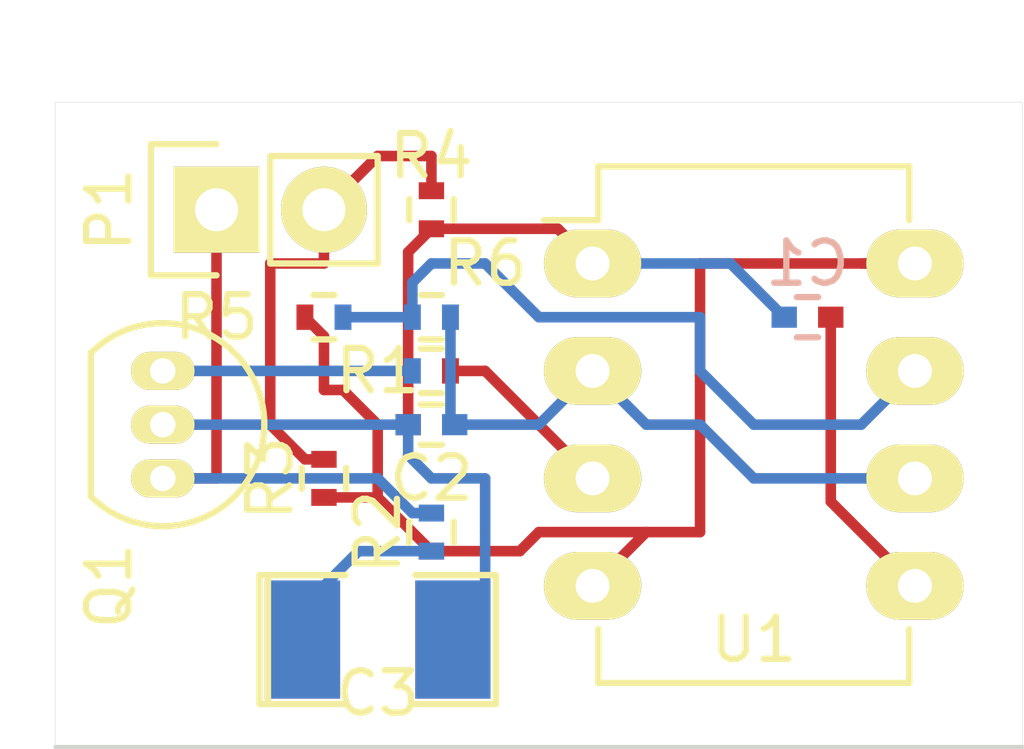
<source format=kicad_pcb>
(kicad_pcb (version 4) (host pcbnew "(2015-09-17 BZR 6202)-product")

  (general
    (links 22)
    (no_connects 0)
    (area 155.895 102.841666 180.345001 120.655001)
    (thickness 1.6)
    (drawings 4)
    (tracks 71)
    (zones 0)
    (modules 12)
    (nets 10)
  )

  (page A4)
  (layers
    (0 F.Cu signal)
    (31 B.Cu signal)
    (32 B.Adhes user)
    (33 F.Adhes user)
    (34 B.Paste user)
    (35 F.Paste user)
    (36 B.SilkS user)
    (37 F.SilkS user)
    (38 B.Mask user)
    (39 F.Mask user)
    (40 Dwgs.User user)
    (41 Cmts.User user)
    (42 Eco1.User user)
    (43 Eco2.User user)
    (44 Edge.Cuts user)
    (45 Margin user)
    (46 B.CrtYd user)
    (47 F.CrtYd user)
    (48 B.Fab user)
    (49 F.Fab user)
  )

  (setup
    (last_trace_width 0.25)
    (trace_clearance 0.2)
    (zone_clearance 0.508)
    (zone_45_only no)
    (trace_min 0.2)
    (segment_width 0.2)
    (edge_width 0.01)
    (via_size 0.6)
    (via_drill 0.4)
    (via_min_size 0.4)
    (via_min_drill 0.3)
    (uvia_size 0.3)
    (uvia_drill 0.1)
    (uvias_allowed no)
    (uvia_min_size 0.2)
    (uvia_min_drill 0.1)
    (pcb_text_width 0.3)
    (pcb_text_size 1.5 1.5)
    (mod_edge_width 0.15)
    (mod_text_size 1 1)
    (mod_text_width 0.15)
    (pad_size 0.6 0.5)
    (pad_drill 0)
    (pad_to_mask_clearance 0)
    (aux_axis_origin 162.56 119.38)
    (grid_origin 157.48 120.65)
    (visible_elements FFFEFF7F)
    (pcbplotparams
      (layerselection 0x00030_80000001)
      (usegerberextensions false)
      (usegerberattributes true)
      (excludeedgelayer true)
      (linewidth 0.100000)
      (plotframeref false)
      (viasonmask false)
      (mode 1)
      (useauxorigin false)
      (hpglpennumber 1)
      (hpglpenspeed 20)
      (hpglpendiameter 15)
      (hpglpenoverlay 2)
      (psnegative false)
      (psa4output false)
      (plotreference true)
      (plotvalue true)
      (plotinvisibletext false)
      (padsonsilk false)
      (subtractmaskfromsilk false)
      (outputformat 1)
      (mirror false)
      (drillshape 0)
      (scaleselection 1)
      (outputdirectory ""))
  )

  (net 0 "")
  (net 1 "Net-(C1-Pad1)")
  (net 2 GND)
  (net 3 "Net-(C2-Pad1)")
  (net 4 VCC)
  (net 5 "Net-(P1-Pad1)")
  (net 6 "Net-(P1-Pad2)")
  (net 7 "Net-(Q1-Pad1)")
  (net 8 "Net-(R1-Pad2)")
  (net 9 "Net-(R5-Pad2)")

  (net_class Default "This is the default net class."
    (clearance 0.2)
    (trace_width 0.25)
    (via_dia 0.6)
    (via_drill 0.4)
    (uvia_dia 0.3)
    (uvia_drill 0.1)
    (add_net GND)
    (add_net "Net-(C1-Pad1)")
    (add_net "Net-(C2-Pad1)")
    (add_net "Net-(P1-Pad1)")
    (add_net "Net-(P1-Pad2)")
    (add_net "Net-(Q1-Pad1)")
    (add_net "Net-(R1-Pad2)")
    (add_net "Net-(R5-Pad2)")
    (add_net VCC)
  )

  (module Capacitors_SMD:C_0402 (layer B.Cu) (tedit 56040852) (tstamp 5603F88B)
    (at 175.26 110.49 180)
    (descr "Capacitor SMD 0402, reflow soldering, AVX (see smccp.pdf)")
    (tags "capacitor 0402")
    (path /5602B29C)
    (attr smd)
    (fp_text reference C1 (at 0 1.27 180) (layer B.SilkS)
      (effects (font (size 1 1) (thickness 0.15)) (justify mirror))
    )
    (fp_text value C_Small (at 0 -1.7 180) (layer B.Fab)
      (effects (font (size 1 1) (thickness 0.15)) (justify mirror))
    )
    (fp_line (start -1.15 0.6) (end 1.15 0.6) (layer B.CrtYd) (width 0.05))
    (fp_line (start -1.15 -0.6) (end 1.15 -0.6) (layer B.CrtYd) (width 0.05))
    (fp_line (start -1.15 0.6) (end -1.15 -0.6) (layer B.CrtYd) (width 0.05))
    (fp_line (start 1.15 0.6) (end 1.15 -0.6) (layer B.CrtYd) (width 0.05))
    (fp_line (start 0.25 0.475) (end -0.25 0.475) (layer B.SilkS) (width 0.15))
    (fp_line (start -0.25 -0.475) (end 0.25 -0.475) (layer B.SilkS) (width 0.15))
    (pad 1 smd rect (at -0.55 0 180) (size 0.6 0.5) (layers F.Cu B.Paste B.Mask)
      (net 1 "Net-(C1-Pad1)"))
    (pad 2 smd rect (at 0.55 0 180) (size 0.6 0.5) (layers B.Cu B.Paste B.Mask)
      (net 2 GND))
    (model Capacitors_SMD.3dshapes/C_0402.wrl
      (at (xyz 0 0 0))
      (scale (xyz 1 1 1))
      (rotate (xyz 0 0 0))
    )
  )

  (module Capacitors_SMD:C_0402 (layer F.Cu) (tedit 56040A9F) (tstamp 5603F891)
    (at 166.37 113.03 180)
    (descr "Capacitor SMD 0402, reflow soldering, AVX (see smccp.pdf)")
    (tags "capacitor 0402")
    (path /5602B528)
    (attr smd)
    (fp_text reference C2 (at 0 -1.27 180) (layer F.SilkS)
      (effects (font (size 1 1) (thickness 0.15)))
    )
    (fp_text value C_Small (at 0 1.7 180) (layer F.Fab)
      (effects (font (size 1 1) (thickness 0.15)))
    )
    (fp_line (start -1.15 -0.6) (end 1.15 -0.6) (layer F.CrtYd) (width 0.05))
    (fp_line (start -1.15 0.6) (end 1.15 0.6) (layer F.CrtYd) (width 0.05))
    (fp_line (start -1.15 -0.6) (end -1.15 0.6) (layer F.CrtYd) (width 0.05))
    (fp_line (start 1.15 -0.6) (end 1.15 0.6) (layer F.CrtYd) (width 0.05))
    (fp_line (start 0.25 -0.475) (end -0.25 -0.475) (layer F.SilkS) (width 0.15))
    (fp_line (start -0.25 0.475) (end 0.25 0.475) (layer F.SilkS) (width 0.15))
    (pad 1 smd rect (at -0.55 0 180) (size 0.6 0.5) (layers B.Cu F.Paste F.Mask)
      (net 3 "Net-(C2-Pad1)"))
    (pad 2 smd rect (at 0.55 0 180) (size 0.6 0.5) (layers *.Cu F.Paste F.Mask)
      (net 2 GND))
    (model Capacitors_SMD.3dshapes/C_0402.wrl
      (at (xyz 0 0 0))
      (scale (xyz 1 1 1))
      (rotate (xyz 0 0 0))
    )
  )

  (module SMD_Packages:SMD-1210_Pol (layer F.Cu) (tedit 56040291) (tstamp 5603F897)
    (at 165.1 118.11)
    (tags "CMS SM")
    (path /5602B7F7)
    (attr smd)
    (fp_text reference C3 (at 0 1.27) (layer F.SilkS)
      (effects (font (size 1 1) (thickness 0.15)))
    )
    (fp_text value CP_Small (at 0 0.762) (layer F.Fab)
      (effects (font (size 1 1) (thickness 0.15)))
    )
    (fp_line (start -2.794 -1.524) (end -2.794 1.524) (layer F.SilkS) (width 0.15))
    (fp_line (start 0.889 1.524) (end 2.794 1.524) (layer F.SilkS) (width 0.15))
    (fp_line (start 2.794 1.524) (end 2.794 -1.524) (layer F.SilkS) (width 0.15))
    (fp_line (start 2.794 -1.524) (end 0.889 -1.524) (layer F.SilkS) (width 0.15))
    (fp_line (start -0.762 -1.524) (end -2.794 -1.524) (layer F.SilkS) (width 0.15))
    (fp_line (start -2.594 -1.524) (end -2.594 1.524) (layer F.SilkS) (width 0.15))
    (fp_line (start -2.794 1.524) (end -0.762 1.524) (layer F.SilkS) (width 0.15))
    (pad 1 smd rect (at -1.778 0) (size 1.778 2.794) (layers *.Cu F.Paste F.Mask)
      (net 4 VCC))
    (pad 2 smd rect (at 1.778 0) (size 1.778 2.794) (layers *.Cu F.Paste F.Mask)
      (net 2 GND))
    (model SMD_Packages.3dshapes/SMD-1210_Pol.wrl
      (at (xyz 0 0 0))
      (scale (xyz 0.2 0.2 0.2))
      (rotate (xyz 0 0 0))
    )
  )

  (module Resistors_SMD:R_0402 (layer F.Cu) (tedit 56040ACF) (tstamp 5603F8AA)
    (at 166.37 111.76)
    (descr "Resistor SMD 0402, reflow soldering, Vishay (see dcrcw.pdf)")
    (tags "resistor 0402")
    (path /56029F68)
    (attr smd)
    (fp_text reference R1 (at -1.27 0) (layer F.SilkS)
      (effects (font (size 1 1) (thickness 0.15)))
    )
    (fp_text value R_Small (at 0 1.8) (layer F.Fab)
      (effects (font (size 1 1) (thickness 0.15)))
    )
    (fp_line (start -0.95 -0.65) (end 0.95 -0.65) (layer F.CrtYd) (width 0.05))
    (fp_line (start -0.95 0.65) (end 0.95 0.65) (layer F.CrtYd) (width 0.05))
    (fp_line (start -0.95 -0.65) (end -0.95 0.65) (layer F.CrtYd) (width 0.05))
    (fp_line (start 0.95 -0.65) (end 0.95 0.65) (layer F.CrtYd) (width 0.05))
    (fp_line (start 0.25 -0.525) (end -0.25 -0.525) (layer F.SilkS) (width 0.15))
    (fp_line (start -0.25 0.525) (end 0.25 0.525) (layer F.SilkS) (width 0.15))
    (pad 1 smd rect (at -0.45 0) (size 0.4 0.6) (layers B.Cu F.Paste F.Mask)
      (net 7 "Net-(Q1-Pad1)"))
    (pad 2 smd rect (at 0.45 0) (size 0.4 0.6) (layers F.Cu F.Paste F.Mask)
      (net 8 "Net-(R1-Pad2)"))
    (model Resistors_SMD.3dshapes/R_0402.wrl
      (at (xyz 0 0 0))
      (scale (xyz 1 1 1))
      (rotate (xyz 0 0 0))
    )
  )

  (module Resistors_SMD:R_0402 (layer F.Cu) (tedit 56040578) (tstamp 5603F8B0)
    (at 166.37 115.57 90)
    (descr "Resistor SMD 0402, reflow soldering, Vishay (see dcrcw.pdf)")
    (tags "resistor 0402")
    (path /5602A001)
    (attr smd)
    (fp_text reference R2 (at 0 -1.27 90) (layer F.SilkS)
      (effects (font (size 1 1) (thickness 0.15)))
    )
    (fp_text value R_Small (at 0 1.8 90) (layer F.Fab)
      (effects (font (size 1 1) (thickness 0.15)))
    )
    (fp_line (start -0.95 -0.65) (end 0.95 -0.65) (layer F.CrtYd) (width 0.05))
    (fp_line (start -0.95 0.65) (end 0.95 0.65) (layer F.CrtYd) (width 0.05))
    (fp_line (start -0.95 -0.65) (end -0.95 0.65) (layer F.CrtYd) (width 0.05))
    (fp_line (start 0.95 -0.65) (end 0.95 0.65) (layer F.CrtYd) (width 0.05))
    (fp_line (start 0.25 -0.525) (end -0.25 -0.525) (layer F.SilkS) (width 0.15))
    (fp_line (start -0.25 0.525) (end 0.25 0.525) (layer F.SilkS) (width 0.15))
    (pad 1 smd rect (at -0.45 0 90) (size 0.4 0.6) (layers *.Cu F.Paste F.Mask)
      (net 4 VCC))
    (pad 2 smd rect (at 0.45 0 90) (size 0.4 0.6) (layers B.Cu F.Paste F.Mask)
      (net 5 "Net-(P1-Pad1)"))
    (model Resistors_SMD.3dshapes/R_0402.wrl
      (at (xyz 0 0 0))
      (scale (xyz 1 1 1))
      (rotate (xyz 0 0 0))
    )
  )

  (module Resistors_SMD:R_0402 (layer F.Cu) (tedit 560409D2) (tstamp 5603F8B6)
    (at 163.83 114.3 90)
    (descr "Resistor SMD 0402, reflow soldering, Vishay (see dcrcw.pdf)")
    (tags "resistor 0402")
    (path /5602AD7A)
    (attr smd)
    (fp_text reference R3 (at 0 -1.27 90) (layer F.SilkS)
      (effects (font (size 1 1) (thickness 0.15)))
    )
    (fp_text value R_Small (at 0 1.8 90) (layer F.Fab)
      (effects (font (size 1 1) (thickness 0.15)))
    )
    (fp_line (start -0.95 -0.65) (end 0.95 -0.65) (layer F.CrtYd) (width 0.05))
    (fp_line (start -0.95 0.65) (end 0.95 0.65) (layer F.CrtYd) (width 0.05))
    (fp_line (start -0.95 -0.65) (end -0.95 0.65) (layer F.CrtYd) (width 0.05))
    (fp_line (start 0.95 -0.65) (end 0.95 0.65) (layer F.CrtYd) (width 0.05))
    (fp_line (start 0.25 -0.525) (end -0.25 -0.525) (layer F.SilkS) (width 0.15))
    (fp_line (start -0.25 0.525) (end 0.25 0.525) (layer F.SilkS) (width 0.15))
    (pad 1 smd rect (at -0.45 0 90) (size 0.4 0.6) (layers F.Cu F.Paste F.Mask)
      (net 4 VCC))
    (pad 2 smd rect (at 0.45 0 90) (size 0.4 0.6) (layers F.Cu F.Paste F.Mask)
      (net 6 "Net-(P1-Pad2)"))
    (model Resistors_SMD.3dshapes/R_0402.wrl
      (at (xyz 0 0 0))
      (scale (xyz 1 1 1))
      (rotate (xyz 0 0 0))
    )
  )

  (module Resistors_SMD:R_0402 (layer F.Cu) (tedit 5603FF58) (tstamp 5603F8BC)
    (at 166.37 107.95 270)
    (descr "Resistor SMD 0402, reflow soldering, Vishay (see dcrcw.pdf)")
    (tags "resistor 0402")
    (path /5602AFBA)
    (attr smd)
    (fp_text reference R4 (at -1.27 0 360) (layer F.SilkS)
      (effects (font (size 1 1) (thickness 0.15)))
    )
    (fp_text value R_Small (at 0 1.8 270) (layer F.Fab)
      (effects (font (size 1 1) (thickness 0.15)))
    )
    (fp_line (start -0.95 -0.65) (end 0.95 -0.65) (layer F.CrtYd) (width 0.05))
    (fp_line (start -0.95 0.65) (end 0.95 0.65) (layer F.CrtYd) (width 0.05))
    (fp_line (start -0.95 -0.65) (end -0.95 0.65) (layer F.CrtYd) (width 0.05))
    (fp_line (start 0.95 -0.65) (end 0.95 0.65) (layer F.CrtYd) (width 0.05))
    (fp_line (start 0.25 -0.525) (end -0.25 -0.525) (layer F.SilkS) (width 0.15))
    (fp_line (start -0.25 0.525) (end 0.25 0.525) (layer F.SilkS) (width 0.15))
    (pad 1 smd rect (at -0.45 0 270) (size 0.4 0.6) (layers F.Cu F.Paste F.Mask)
      (net 6 "Net-(P1-Pad2)"))
    (pad 2 smd rect (at 0.45 0 270) (size 0.4 0.6) (layers F.Cu F.Paste F.Mask)
      (net 2 GND))
    (model Resistors_SMD.3dshapes/R_0402.wrl
      (at (xyz 0 0 0))
      (scale (xyz 1 1 1))
      (rotate (xyz 0 0 0))
    )
  )

  (module Resistors_SMD:R_0402 (layer F.Cu) (tedit 56040ACB) (tstamp 5603F8C2)
    (at 163.83 110.49)
    (descr "Resistor SMD 0402, reflow soldering, Vishay (see dcrcw.pdf)")
    (tags "resistor 0402")
    (path /5602B740)
    (attr smd)
    (fp_text reference R5 (at -2.54 0 180) (layer F.SilkS)
      (effects (font (size 1 1) (thickness 0.15)))
    )
    (fp_text value R_Small (at 0 1.8) (layer F.Fab)
      (effects (font (size 1 1) (thickness 0.15)))
    )
    (fp_line (start -0.95 -0.65) (end 0.95 -0.65) (layer F.CrtYd) (width 0.05))
    (fp_line (start -0.95 0.65) (end 0.95 0.65) (layer F.CrtYd) (width 0.05))
    (fp_line (start -0.95 -0.65) (end -0.95 0.65) (layer F.CrtYd) (width 0.05))
    (fp_line (start 0.95 -0.65) (end 0.95 0.65) (layer F.CrtYd) (width 0.05))
    (fp_line (start 0.25 -0.525) (end -0.25 -0.525) (layer F.SilkS) (width 0.15))
    (fp_line (start -0.25 0.525) (end 0.25 0.525) (layer F.SilkS) (width 0.15))
    (pad 1 smd rect (at -0.45 0) (size 0.4 0.6) (layers F.Cu F.Paste F.Mask)
      (net 4 VCC))
    (pad 2 smd rect (at 0.45 0) (size 0.4 0.6) (layers B.Cu F.Paste F.Mask)
      (net 9 "Net-(R5-Pad2)"))
    (model Resistors_SMD.3dshapes/R_0402.wrl
      (at (xyz 0 0 0))
      (scale (xyz 1 1 1))
      (rotate (xyz 0 0 0))
    )
  )

  (module Resistors_SMD:R_0402 (layer F.Cu) (tedit 56040A84) (tstamp 5603F8C8)
    (at 166.37 110.49)
    (descr "Resistor SMD 0402, reflow soldering, Vishay (see dcrcw.pdf)")
    (tags "resistor 0402")
    (path /5602B615)
    (attr smd)
    (fp_text reference R6 (at 1.27 -1.27) (layer F.SilkS)
      (effects (font (size 1 1) (thickness 0.15)))
    )
    (fp_text value R_Small (at 0 1.8) (layer F.Fab)
      (effects (font (size 1 1) (thickness 0.15)))
    )
    (fp_line (start -0.95 -0.65) (end 0.95 -0.65) (layer F.CrtYd) (width 0.05))
    (fp_line (start -0.95 0.65) (end 0.95 0.65) (layer F.CrtYd) (width 0.05))
    (fp_line (start -0.95 -0.65) (end -0.95 0.65) (layer F.CrtYd) (width 0.05))
    (fp_line (start 0.95 -0.65) (end 0.95 0.65) (layer F.CrtYd) (width 0.05))
    (fp_line (start 0.25 -0.525) (end -0.25 -0.525) (layer F.SilkS) (width 0.15))
    (fp_line (start -0.25 0.525) (end 0.25 0.525) (layer F.SilkS) (width 0.15))
    (pad 1 smd rect (at -0.45 0) (size 0.4 0.6) (layers B.Cu F.Paste F.Mask)
      (net 9 "Net-(R5-Pad2)"))
    (pad 2 smd rect (at 0.45 0) (size 0.4 0.6) (layers B.Cu F.Paste F.Mask)
      (net 3 "Net-(C2-Pad1)"))
    (model Resistors_SMD.3dshapes/R_0402.wrl
      (at (xyz 0 0 0))
      (scale (xyz 1 1 1))
      (rotate (xyz 0 0 0))
    )
  )

  (module Housings_DIP:DIP-8_W7.62mm_LongPads (layer F.Cu) (tedit 56040752) (tstamp 5603F8D4)
    (at 170.18 109.22)
    (descr "8-lead dip package, row spacing 7.62 mm (300 mils), longer pads")
    (tags "dil dip 2.54 300")
    (path /56029EEE)
    (fp_text reference U1 (at 3.81 8.89) (layer F.SilkS)
      (effects (font (size 1 1) (thickness 0.15)))
    )
    (fp_text value LM555N (at 0 -3.72) (layer F.Fab)
      (effects (font (size 1 1) (thickness 0.15)))
    )
    (fp_line (start -1.4 -2.45) (end -1.4 10.1) (layer F.CrtYd) (width 0.05))
    (fp_line (start 9 -2.45) (end 9 10.1) (layer F.CrtYd) (width 0.05))
    (fp_line (start -1.4 -2.45) (end 9 -2.45) (layer F.CrtYd) (width 0.05))
    (fp_line (start -1.4 10.1) (end 9 10.1) (layer F.CrtYd) (width 0.05))
    (fp_line (start 0.135 -2.295) (end 0.135 -1.025) (layer F.SilkS) (width 0.15))
    (fp_line (start 7.485 -2.295) (end 7.485 -1.025) (layer F.SilkS) (width 0.15))
    (fp_line (start 7.485 9.915) (end 7.485 8.645) (layer F.SilkS) (width 0.15))
    (fp_line (start 0.135 9.915) (end 0.135 8.645) (layer F.SilkS) (width 0.15))
    (fp_line (start 0.135 -2.295) (end 7.485 -2.295) (layer F.SilkS) (width 0.15))
    (fp_line (start 0.135 9.915) (end 7.485 9.915) (layer F.SilkS) (width 0.15))
    (fp_line (start 0.135 -1.025) (end -1.15 -1.025) (layer F.SilkS) (width 0.15))
    (pad 1 thru_hole oval (at 0 0) (size 2.3 1.6) (drill 0.8) (layers *.Cu *.Mask F.SilkS)
      (net 2 GND))
    (pad 2 thru_hole oval (at 0 2.54) (size 2.3 1.6) (drill 0.8) (layers *.Cu *.Mask F.SilkS)
      (net 3 "Net-(C2-Pad1)"))
    (pad 3 thru_hole oval (at 0 5.08) (size 2.3 1.6) (drill 0.8) (layers *.Cu *.Mask F.SilkS)
      (net 8 "Net-(R1-Pad2)"))
    (pad 4 thru_hole oval (at 0 7.62) (size 2.3 1.6) (drill 0.8) (layers *.Cu *.Mask F.SilkS)
      (net 4 VCC))
    (pad 5 thru_hole oval (at 7.62 7.62) (size 2.3 1.6) (drill 0.8) (layers *.Cu *.Mask F.SilkS)
      (net 1 "Net-(C1-Pad1)"))
    (pad 6 thru_hole oval (at 7.62 5.08) (size 2.3 1.6) (drill 0.8) (layers *.Cu *.Mask F.SilkS)
      (net 3 "Net-(C2-Pad1)"))
    (pad 7 thru_hole oval (at 7.62 2.54) (size 2.3 1.6) (drill 0.8) (layers *.Cu *.Mask F.SilkS)
      (net 9 "Net-(R5-Pad2)"))
    (pad 8 thru_hole oval (at 7.62 0) (size 2.3 1.6) (drill 0.8) (layers *.Cu *.Mask F.SilkS)
      (net 4 VCC))
    (model Housings_DIP.3dshapes/DIP-8_W7.62mm_LongPads.wrl
      (at (xyz 0 0 0))
      (scale (xyz 1 1 1))
      (rotate (xyz 0 0 0))
    )
  )

  (module Pin_Headers:Pin_Header_Straight_1x02 (layer F.Cu) (tedit 56040A90) (tstamp 560404DC)
    (at 161.29 107.95 90)
    (descr "Through hole pin header")
    (tags "pin header")
    (path /5603F26A)
    (fp_text reference P1 (at 0 -2.54 90) (layer F.SilkS)
      (effects (font (size 1 1) (thickness 0.15)))
    )
    (fp_text value CONN_01X02 (at 0 -3.1 90) (layer F.Fab)
      (effects (font (size 1 1) (thickness 0.15)))
    )
    (fp_line (start 1.27 1.27) (end 1.27 3.81) (layer F.SilkS) (width 0.15))
    (fp_line (start 1.55 -1.55) (end 1.55 0) (layer F.SilkS) (width 0.15))
    (fp_line (start -1.75 -1.75) (end -1.75 4.3) (layer F.CrtYd) (width 0.05))
    (fp_line (start 1.75 -1.75) (end 1.75 4.3) (layer F.CrtYd) (width 0.05))
    (fp_line (start -1.75 -1.75) (end 1.75 -1.75) (layer F.CrtYd) (width 0.05))
    (fp_line (start -1.75 4.3) (end 1.75 4.3) (layer F.CrtYd) (width 0.05))
    (fp_line (start 1.27 1.27) (end -1.27 1.27) (layer F.SilkS) (width 0.15))
    (fp_line (start -1.55 0) (end -1.55 -1.55) (layer F.SilkS) (width 0.15))
    (fp_line (start -1.55 -1.55) (end 1.55 -1.55) (layer F.SilkS) (width 0.15))
    (fp_line (start -1.27 1.27) (end -1.27 3.81) (layer F.SilkS) (width 0.15))
    (fp_line (start -1.27 3.81) (end 1.27 3.81) (layer F.SilkS) (width 0.15))
    (pad 1 thru_hole rect (at 0 0 90) (size 2.032 2.032) (drill 1.016) (layers *.Cu *.Mask F.SilkS)
      (net 5 "Net-(P1-Pad1)"))
    (pad 2 thru_hole oval (at 0 2.54 90) (size 2.032 2.032) (drill 1.016) (layers *.Cu *.Mask F.SilkS)
      (net 6 "Net-(P1-Pad2)"))
    (model Pin_Headers.3dshapes/Pin_Header_Straight_1x02.wrl
      (at (xyz 0 -0.05 0))
      (scale (xyz 1 1 1))
      (rotate (xyz 0 0 90))
    )
  )

  (module Housings_TO-92:TO-92_Inline_Narrow_Oval (layer F.Cu) (tedit 56040A8D) (tstamp 560404E1)
    (at 160.02 111.76 270)
    (descr "TO-92 leads in-line, narrow, oval pads, drill 0.6mm (see NXP sot054_po.pdf)")
    (tags "to-92 sc-43 sc-43a sot54 PA33 transistor")
    (path /56029FAD)
    (fp_text reference Q1 (at 5.08 1.27 270) (layer F.SilkS)
      (effects (font (size 1 1) (thickness 0.15)))
    )
    (fp_text value PN2222A (at 0 3 270) (layer F.Fab)
      (effects (font (size 1 1) (thickness 0.15)))
    )
    (fp_line (start -1.4 1.95) (end -1.4 -2.65) (layer F.CrtYd) (width 0.05))
    (fp_line (start -1.4 1.95) (end 3.95 1.95) (layer F.CrtYd) (width 0.05))
    (fp_line (start -0.43 1.7) (end 2.97 1.7) (layer F.SilkS) (width 0.15))
    (fp_arc (start 1.27 0) (end 1.27 -2.4) (angle -135) (layer F.SilkS) (width 0.15))
    (fp_arc (start 1.27 0) (end 1.27 -2.4) (angle 135) (layer F.SilkS) (width 0.15))
    (fp_line (start -1.4 -2.65) (end 3.95 -2.65) (layer F.CrtYd) (width 0.05))
    (fp_line (start 3.95 1.95) (end 3.95 -2.65) (layer F.CrtYd) (width 0.05))
    (pad 2 thru_hole oval (at 1.27 0 90) (size 0.89916 1.50114) (drill 0.6) (layers *.Cu *.Mask F.SilkS)
      (net 2 GND))
    (pad 3 thru_hole oval (at 2.54 0 90) (size 0.89916 1.50114) (drill 0.6) (layers *.Cu *.Mask F.SilkS)
      (net 5 "Net-(P1-Pad1)"))
    (pad 1 thru_hole oval (at 0 0 90) (size 0.89916 1.50114) (drill 0.6) (layers *.Cu *.Mask F.SilkS)
      (net 7 "Net-(Q1-Pad1)"))
    (model Housings_TO-92.3dshapes/TO-92_Inline_Narrow_Oval.wrl
      (at (xyz 0.05 0 0))
      (scale (xyz 1 1 1))
      (rotate (xyz 0 0 -90))
    )
  )

  (gr_line (start 180.34 105.41) (end 157.48 105.41) (angle 90) (layer Edge.Cuts) (width 0.01))
  (gr_line (start 180.34 120.65) (end 180.34 105.41) (angle 90) (layer Edge.Cuts) (width 0.01))
  (gr_line (start 157.48 120.65) (end 180.34 120.65) (angle 90) (layer Edge.Cuts) (width 0.1))
  (gr_line (start 157.48 105.41) (end 157.48 120.65) (angle 90) (layer Edge.Cuts) (width 0.01))

  (segment (start 175.81 110.49) (end 175.81 114.85) (width 0.25) (layer F.Cu) (net 1))
  (segment (start 175.81 114.85) (end 177.8 116.84) (width 0.25) (layer F.Cu) (net 1) (tstamp 5604086A))
  (segment (start 170.18 109.22) (end 173.44 109.22) (width 0.25) (layer B.Cu) (net 2))
  (segment (start 173.44 109.22) (end 174.71 110.49) (width 0.25) (layer B.Cu) (net 2) (tstamp 56040864))
  (segment (start 160.02 113.03) (end 165.82 113.03) (width 0.25) (layer B.Cu) (net 2))
  (segment (start 165.82 113.03) (end 165.82 113.75) (width 0.25) (layer B.Cu) (net 2))
  (segment (start 167.64 115.57) (end 167.64 116.84) (width 0.25) (layer B.Cu) (net 2) (tstamp 5604032E))
  (segment (start 167.64 114.3) (end 167.64 115.57) (width 0.25) (layer B.Cu) (net 2) (tstamp 5604032C))
  (segment (start 166.37 114.3) (end 167.64 114.3) (width 0.25) (layer B.Cu) (net 2) (tstamp 5604032B))
  (segment (start 165.82 113.75) (end 166.37 114.3) (width 0.25) (layer B.Cu) (net 2) (tstamp 56040329))
  (segment (start 167.64 116.84) (end 166.878 118.11) (width 0.25) (layer B.Cu) (net 2) (tstamp 56040333))
  (segment (start 165.82 113.03) (end 165.82 108.95) (width 0.25) (layer F.Cu) (net 2))
  (segment (start 165.82 108.95) (end 166.37 108.4) (width 0.25) (layer F.Cu) (net 2) (tstamp 56040025))
  (segment (start 166.37 108.4) (end 169.36 108.4) (width 0.25) (layer F.Cu) (net 2))
  (segment (start 169.36 108.4) (end 170.18 109.22) (width 0.25) (layer F.Cu) (net 2) (tstamp 5604001E))
  (segment (start 166.92 113.03) (end 168.91 113.03) (width 0.25) (layer B.Cu) (net 3))
  (segment (start 168.91 113.03) (end 170.18 111.76) (width 0.25) (layer B.Cu) (net 3) (tstamp 560400D3))
  (segment (start 166.82 110.49) (end 166.82 112.93) (width 0.25) (layer B.Cu) (net 3))
  (segment (start 166.82 112.93) (end 166.92 113.03) (width 0.25) (layer B.Cu) (net 3) (tstamp 5604008D))
  (segment (start 170.18 111.76) (end 171.45 113.03) (width 0.25) (layer B.Cu) (net 3) (status 80000))
  (segment (start 173.99 114.3) (end 177.8 114.3) (width 0.25) (layer B.Cu) (net 3) (status 80000))
  (segment (start 172.72 113.03) (end 173.99 114.3) (width 0.25) (layer B.Cu) (net 3) (status 80000))
  (segment (start 171.45 113.03) (end 172.72 113.03) (width 0.25) (layer B.Cu) (net 3) (status 80000))
  (segment (start 172.72 113.03) (end 172.72 109.22) (width 0.25) (layer F.Cu) (net 4))
  (segment (start 171.45 115.57) (end 172.72 115.57) (width 0.25) (layer F.Cu) (net 4) (status 80000))
  (segment (start 172.72 113.03) (end 172.72 115.57) (width 0.25) (layer F.Cu) (net 4) (status 80000))
  (segment (start 172.72 109.22) (end 177.8 109.22) (width 0.25) (layer F.Cu) (net 4) (tstamp 56040834))
  (segment (start 163.83 112.21) (end 163.83 110.94) (width 0.25) (layer F.Cu) (net 4))
  (segment (start 165.1 114.3) (end 165.1 113.03) (width 0.25) (layer F.Cu) (net 4) (tstamp 560406E4))
  (segment (start 165.1 113.03) (end 164.28 112.21) (width 0.25) (layer F.Cu) (net 4) (tstamp 560406E5))
  (segment (start 164.28 112.21) (end 163.83 112.21) (width 0.25) (layer F.Cu) (net 4) (tstamp 560406E8))
  (segment (start 165.1 114.75) (end 165.1 114.3) (width 0.25) (layer F.Cu) (net 4))
  (segment (start 163.83 110.94) (end 163.38 110.49) (width 0.25) (layer F.Cu) (net 4) (tstamp 5604071F))
  (segment (start 163.83 114.75) (end 165.1 114.75) (width 0.25) (layer F.Cu) (net 4))
  (segment (start 165.1 114.75) (end 166.37 116.02) (width 0.25) (layer F.Cu) (net 4) (tstamp 5604067E))
  (segment (start 166.37 116.02) (end 164.65 116.02) (width 0.25) (layer B.Cu) (net 4))
  (segment (start 164.65 116.02) (end 163.83 116.84) (width 0.25) (layer B.Cu) (net 4) (tstamp 560402D8))
  (segment (start 163.83 116.84) (end 163.322 118.11) (width 0.25) (layer B.Cu) (net 4) (tstamp 560402DF))
  (segment (start 166.37 116.02) (end 168.46 116.02) (width 0.25) (layer F.Cu) (net 4))
  (segment (start 168.91 115.57) (end 171.45 115.57) (width 0.25) (layer F.Cu) (net 4) (tstamp 560402B3))
  (segment (start 168.46 116.02) (end 168.91 115.57) (width 0.25) (layer F.Cu) (net 4) (tstamp 560402A4))
  (segment (start 177.8 109.22) (end 176.53 109.22) (width 0.25) (layer F.Cu) (net 4) (status 80000))
  (segment (start 171.45 115.57) (end 170.18 116.84) (width 0.25) (layer F.Cu) (net 4) (status 80000))
  (segment (start 160.02 114.3) (end 161.29 114.3) (width 0.25) (layer F.Cu) (net 5))
  (segment (start 161.29 114.3) (end 161.29 107.95) (width 0.25) (layer F.Cu) (net 5) (tstamp 5604073C))
  (segment (start 160.02 114.3) (end 165.1 114.3) (width 0.25) (layer B.Cu) (net 5))
  (segment (start 165.92 115.12) (end 166.37 115.12) (width 0.25) (layer B.Cu) (net 5) (tstamp 56040580))
  (segment (start 165.1 114.3) (end 165.92 115.12) (width 0.25) (layer B.Cu) (net 5) (tstamp 5604057F))
  (segment (start 162.56 110.49) (end 162.56 109.22) (width 0.25) (layer F.Cu) (net 6))
  (segment (start 163.83 107.95) (end 163.83 109.22) (width 0.25) (layer F.Cu) (net 6))
  (segment (start 163.38 113.85) (end 162.56 113.03) (width 0.25) (layer F.Cu) (net 6) (tstamp 56040693))
  (segment (start 162.56 113.03) (end 162.56 110.49) (width 0.25) (layer F.Cu) (net 6) (tstamp 56040695))
  (segment (start 163.38 113.85) (end 163.83 113.85) (width 0.25) (layer F.Cu) (net 6))
  (segment (start 162.56 109.22) (end 163.83 109.22) (width 0.25) (layer F.Cu) (net 6) (tstamp 560409B2))
  (segment (start 163.83 107.95) (end 165.1 106.68) (width 0.25) (layer F.Cu) (net 6) (tstamp 5603FFFF))
  (segment (start 163.83 107.95) (end 165.1 106.68) (width 0.25) (layer F.Cu) (net 6))
  (segment (start 166.37 106.68) (end 166.37 107.5) (width 0.25) (layer F.Cu) (net 6) (tstamp 5603FFC4))
  (segment (start 165.1 106.68) (end 166.37 106.68) (width 0.25) (layer F.Cu) (net 6) (tstamp 5603FFC0))
  (segment (start 160.02 111.76) (end 165.92 111.76) (width 0.25) (layer B.Cu) (net 7))
  (segment (start 166.82 111.76) (end 167.64 111.76) (width 0.25) (layer F.Cu) (net 8))
  (segment (start 167.64 111.76) (end 170.18 114.3) (width 0.25) (layer F.Cu) (net 8) (tstamp 560405DF))
  (segment (start 165.92 110.49) (end 164.28 110.49) (width 0.25) (layer B.Cu) (net 9))
  (segment (start 168.91 110.49) (end 172.72 110.49) (width 0.25) (layer B.Cu) (net 9))
  (segment (start 165.92 110.49) (end 165.92 109.67) (width 0.25) (layer B.Cu) (net 9))
  (segment (start 165.92 109.67) (end 166.37 109.22) (width 0.25) (layer B.Cu) (net 9) (tstamp 560400E3))
  (segment (start 166.37 109.22) (end 167.64 109.22) (width 0.25) (layer B.Cu) (net 9) (tstamp 560400E5))
  (segment (start 167.64 109.22) (end 168.91 110.49) (width 0.25) (layer B.Cu) (net 9) (tstamp 560400E7))
  (segment (start 176.53 113.03) (end 177.8 111.76) (width 0.25) (layer B.Cu) (net 9) (tstamp 5604052E))
  (segment (start 173.99 113.03) (end 176.53 113.03) (width 0.25) (layer B.Cu) (net 9) (tstamp 5604052D))
  (segment (start 172.72 111.76) (end 173.99 113.03) (width 0.25) (layer B.Cu) (net 9) (tstamp 5604052C))
  (segment (start 172.72 110.49) (end 172.72 111.76) (width 0.25) (layer B.Cu) (net 9) (tstamp 5604052B))

)

</source>
